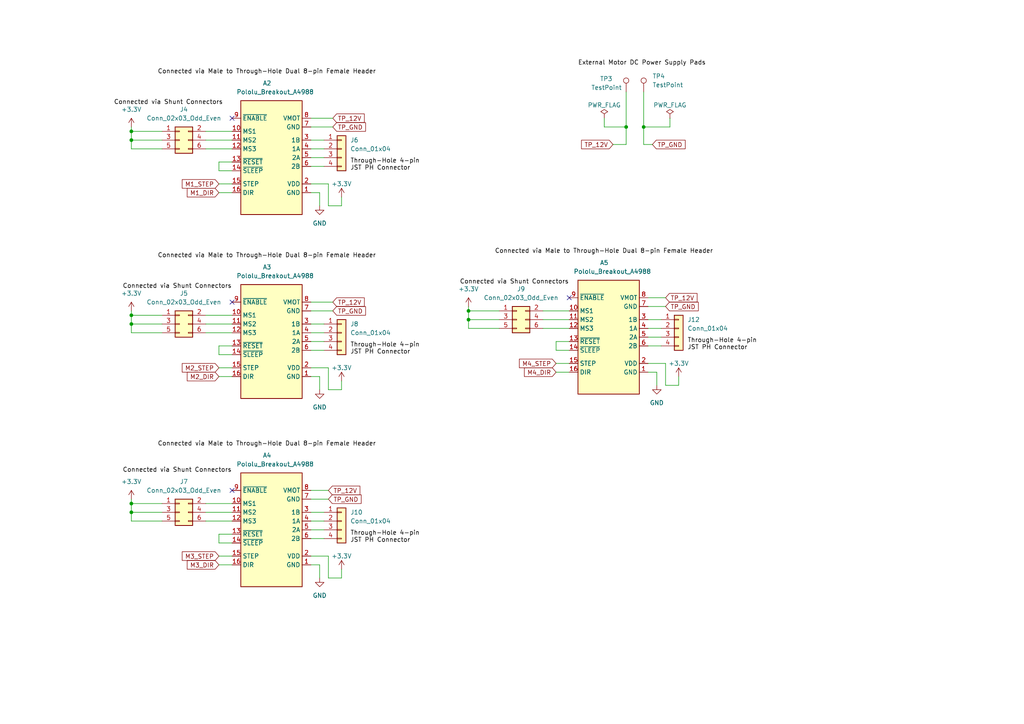
<source format=kicad_sch>
(kicad_sch (version 20230121) (generator eeschema)
  (paper "A4")
  (lib_symbols
    (symbol "Connector:TestPoint" (pin_numbers hide) (pin_names (offset 0.762) hide)
      (property "Reference" "TP" (at 0 6.858 0))
      (property "Value" "TestPoint" (at 0 5.08 0))
      (symbol "TestPoint_0_1"
        (circle (center 0 3.302) (radius 0.762))
      )
      (symbol "TestPoint_1_1"
        (pin passive line (at 0 0 90) (length 2.54) (name "1") (number "1"))
      )
    )
    (symbol "Connector_Generic:Conn_01x04" (pin_names (offset 1.016) hide)
      (property "Reference" "J" (at 0 5.08 0))
      (property "Value" "Conn_01x04" (at 0 -7.62 0))
      (symbol "Conn_01x04_1_1"
        (rectangle (start -1.27 -4.953) (end 0 -5.207) (stroke (width 0.1524)))
        (rectangle (start -1.27 -2.413) (end 0 -2.667) (stroke (width 0.1524)))
        (rectangle (start -1.27 0.127) (end 0 -0.127) (stroke (width 0.1524)))
        (rectangle (start -1.27 2.667) (end 0 2.413) (stroke (width 0.1524)))
        (rectangle (start -1.27 3.81) (end 1.27 -6.35) (stroke (width 0.254)) (fill (type background)))
        (pin passive line (at -5.08 2.54 0) (length 3.81) (name "Pin_1") (number "1"))
        (pin passive line (at -5.08 0 0) (length 3.81) (name "Pin_2") (number "2"))
        (pin passive line (at -5.08 -2.54 0) (length 3.81) (name "Pin_3") (number "3"))
        (pin passive line (at -5.08 -5.08 0) (length 3.81) (name "Pin_4") (number "4"))
      )
    )
    (symbol "Connector_Generic:Conn_02x03_Odd_Even" (pin_names (offset 1.016) hide)
      (property "Reference" "J" (at 1.27 5.08 0))
      (property "Value" "Conn_02x03_Odd_Even" (at 1.27 -5.08 0))
      (symbol "Conn_02x03_Odd_Even_1_1"
        (rectangle (start -1.27 -2.413) (end 0 -2.667) (stroke (width 0.1524)))
        (rectangle (start -1.27 0.127) (end 0 -0.127) (stroke (width 0.1524)))
        (rectangle (start -1.27 2.667) (end 0 2.413) (stroke (width 0.1524)))
        (rectangle (start -1.27 3.81) (end 3.81 -3.81) (stroke (width 0.254)) (fill (type background)))
        (rectangle (start 3.81 -2.413) (end 2.54 -2.667) (stroke (width 0.1524)))
        (rectangle (start 3.81 0.127) (end 2.54 -0.127) (stroke (width 0.1524)))
        (rectangle (start 3.81 2.667) (end 2.54 2.413) (stroke (width 0.1524)))
        (pin passive line (at -5.08 2.54 0) (length 3.81) (name "Pin_1") (number "1"))
        (pin passive line (at 7.62 2.54 180) (length 3.81) (name "Pin_2") (number "2"))
        (pin passive line (at -5.08 0 0) (length 3.81) (name "Pin_3") (number "3"))
        (pin passive line (at 7.62 0 180) (length 3.81) (name "Pin_4") (number "4"))
        (pin passive line (at -5.08 -2.54 0) (length 3.81) (name "Pin_5") (number "5"))
        (pin passive line (at 7.62 -2.54 180) (length 3.81) (name "Pin_6") (number "6"))
      )
    )
    (symbol "Driver_Motor:Pololu_Breakout_A4988"
      (property "Reference" "A1" (at -1.27 20.32 0))
      (property "Value" "Pololu_Breakout_A4988" (at -8.89 17.78 0))
      (symbol "Pololu_Breakout_A4988_0_1"
        (rectangle (start -7.62 15.24) (end 10.16 -17.78) (stroke (width 0.254)) (fill (type background)))
      )
      (symbol "Pololu_Breakout_A4988_1_1"
        (pin power_in line (at 12.7 -11.43 180) (length 2.54) (name "GND") (number "1"))
        (pin input line (at -10.16 6.35 0) (length 2.54) (name "MS1") (number "10"))
        (pin input line (at -10.16 3.81 0) (length 2.54) (name "MS2") (number "11"))
        (pin input line (at -10.16 1.27 0) (length 2.54) (name "MS3") (number "12"))
        (pin passive line (at -10.16 -2.54 0) (length 2.54) (name "~{RESET}") (number "13"))
        (pin passive line (at -10.16 -5.08 0) (length 2.54) (name "~{SLEEP}") (number "14"))
        (pin input line (at -10.16 -8.89 0) (length 2.54) (name "STEP") (number "15"))
        (pin input line (at -10.16 -11.43 0) (length 2.54) (name "DIR") (number "16"))
        (pin power_in line (at 12.7 -8.89 180) (length 2.54) (name "VDD") (number "2"))
        (pin output line (at 12.7 3.81 180) (length 2.54) (name "1B") (number "3"))
        (pin output line (at 12.7 1.27 180) (length 2.54) (name "1A") (number "4"))
        (pin output line (at 12.7 -1.27 180) (length 2.54) (name "2A") (number "5"))
        (pin output line (at 12.7 -3.81 180) (length 2.54) (name "2B") (number "6"))
        (pin power_in line (at 12.7 7.62 180) (length 2.54) (name "GND") (number "7"))
        (pin power_in line (at 12.7 10.16 180) (length 2.54) (name "VMOT") (number "8"))
        (pin input line (at -10.16 10.16 0) (length 2.54) (name "~{ENABLE}") (number "9"))
      )
    )
    (symbol "power:+3.3V" (power) (pin_names (offset 0))
      (property "Value" "+3.3V" (at 0 3.556 0))
      (symbol "+3.3V_0_1"
        (polyline (pts (xy -0.762 1.27) (xy 0 2.54)))
        (polyline (pts (xy 0 0) (xy 0 2.54)))
        (polyline (pts (xy 0 2.54) (xy 0.762 1.27)))
      )
      (symbol "+3.3V_1_1"
        (pin power_in line (at 0 0 90) (length 0) hide (name "+3.3V") (number "1"))
      )
    )
    (symbol "power:GND" (power) (pin_names (offset 0))
      (property "Value" "GND" (at 0 -3.81 0))
      (symbol "GND_0_1"
        (polyline (pts (xy 0 0) (xy 0 -1.27) (xy 1.27 -1.27) (xy 0 -2.54) (xy -1.27 -1.27) (xy 0 -1.27)))
      )
      (symbol "GND_1_1"
        (pin power_in line (at 0 0 270) (length 0) hide (name "GND") (number "1"))
      )
    )
    (symbol "power:PWR_FLAG" (power) (pin_numbers hide) (pin_names (offset 0) hide)
      (property "Value" "PWR_FLAG" (at 0 3.81 0))
      (symbol "PWR_FLAG_0_0"
        (pin power_out line (at 0 0 90) (length 0) (name "pwr") (number "1"))
      )
      (symbol "PWR_FLAG_0_1"
        (polyline (pts (xy 0 0) (xy 0 1.27) (xy -1.016 1.905) (xy 0 2.54) (xy 1.016 1.905) (xy 0 1.27)))
      )
    )
  )
  (junction (at 38.1 91.44))
  (junction (at 38.1 40.64))
  (junction (at 38.1 146.05))
  (junction (at 135.89 92.71))
  (junction (at 135.89 90.17))
  (junction (at 181.61 36.83))
  (junction (at 38.1 93.98))
  (junction (at 38.1 148.59))
  (junction (at 186.69 36.83))
  (junction (at 38.1 38.1))
  (no_connect (at 67.31 34.29))
  (no_connect (at 67.31 87.63))
  (no_connect (at 67.31 142.24))
  (no_connect (at 165.1 86.36))
  (wire (pts (xy 186.69 26.67) (xy 186.69 36.83)))
  (wire (pts (xy 38.1 148.59) (xy 46.99 148.59)))
  (wire (pts (xy 95.25 113.03) (xy 99.06 113.03)))
  (wire (pts (xy 135.89 92.71) (xy 144.78 92.71)))
  (wire (pts (xy 90.17 151.13) (xy 93.98 151.13)))
  (wire (pts (xy 90.17 34.29) (xy 96.52 34.29)))
  (wire (pts (xy 63.5 154.94) (xy 63.5 157.48)))
  (wire (pts (xy 67.31 53.34) (xy 63.5 53.34)))
  (wire (pts (xy 187.96 105.41) (xy 193.04 105.41)))
  (wire (pts (xy 161.29 105.41) (xy 165.1 105.41)))
  (wire (pts (xy 59.69 148.59) (xy 67.31 148.59)))
  (wire (pts (xy 135.89 90.17) (xy 135.89 92.71)))
  (wire (pts (xy 135.89 95.25) (xy 144.78 95.25)))
  (wire (pts (xy 189.23 41.91) (xy 186.69 41.91)))
  (wire (pts (xy 63.5 102.87) (xy 67.31 102.87)))
  (wire (pts (xy 67.31 100.33) (xy 63.5 100.33)))
  (wire (pts (xy 90.17 144.78) (xy 95.25 144.78)))
  (wire (pts (xy 63.5 157.48) (xy 67.31 157.48)))
  (wire (pts (xy 90.17 109.22) (xy 92.71 109.22)))
  (wire (pts (xy 157.48 90.17) (xy 165.1 90.17)))
  (wire (pts (xy 135.89 92.71) (xy 135.89 95.25)))
  (wire (pts (xy 59.69 151.13) (xy 67.31 151.13)))
  (wire (pts (xy 95.25 106.68) (xy 95.25 113.03)))
  (wire (pts (xy 38.1 36.83) (xy 38.1 38.1)))
  (wire (pts (xy 99.06 167.64) (xy 99.06 165.1)))
  (wire (pts (xy 181.61 41.91) (xy 177.8 41.91)))
  (wire (pts (xy 90.17 87.63) (xy 96.52 87.63)))
  (wire (pts (xy 95.25 53.34) (xy 95.25 59.69)))
  (wire (pts (xy 38.1 38.1) (xy 38.1 40.64)))
  (wire (pts (xy 186.69 36.83) (xy 194.31 36.83)))
  (wire (pts (xy 196.85 111.76) (xy 196.85 109.22)))
  (wire (pts (xy 59.69 91.44) (xy 67.31 91.44)))
  (wire (pts (xy 90.17 55.88) (xy 92.71 55.88)))
  (wire (pts (xy 90.17 99.06) (xy 93.98 99.06)))
  (wire (pts (xy 90.17 45.72) (xy 93.98 45.72)))
  (wire (pts (xy 181.61 26.67) (xy 181.61 36.83)))
  (wire (pts (xy 187.96 97.79) (xy 191.77 97.79)))
  (wire (pts (xy 90.17 93.98) (xy 93.98 93.98)))
  (wire (pts (xy 38.1 38.1) (xy 46.99 38.1)))
  (wire (pts (xy 38.1 93.98) (xy 46.99 93.98)))
  (wire (pts (xy 63.5 46.99) (xy 63.5 49.53)))
  (wire (pts (xy 59.69 43.18) (xy 67.31 43.18)))
  (wire (pts (xy 63.5 49.53) (xy 67.31 49.53)))
  (wire (pts (xy 175.26 36.83) (xy 181.61 36.83)))
  (wire (pts (xy 186.69 36.83) (xy 186.69 41.91)))
  (wire (pts (xy 193.04 111.76) (xy 196.85 111.76)))
  (wire (pts (xy 187.96 100.33) (xy 191.77 100.33)))
  (wire (pts (xy 38.1 90.17) (xy 38.1 91.44)))
  (wire (pts (xy 90.17 106.68) (xy 95.25 106.68)))
  (wire (pts (xy 59.69 38.1) (xy 67.31 38.1)))
  (wire (pts (xy 90.17 142.24) (xy 95.25 142.24)))
  (wire (pts (xy 59.69 96.52) (xy 67.31 96.52)))
  (wire (pts (xy 157.48 95.25) (xy 165.1 95.25)))
  (wire (pts (xy 59.69 40.64) (xy 67.31 40.64)))
  (wire (pts (xy 95.25 59.69) (xy 99.06 59.69)))
  (wire (pts (xy 187.96 95.25) (xy 191.77 95.25)))
  (wire (pts (xy 38.1 40.64) (xy 38.1 43.18)))
  (wire (pts (xy 38.1 148.59) (xy 38.1 151.13)))
  (wire (pts (xy 99.06 59.69) (xy 99.06 57.15)))
  (wire (pts (xy 193.04 105.41) (xy 193.04 111.76)))
  (wire (pts (xy 99.06 113.03) (xy 99.06 110.49)))
  (wire (pts (xy 90.17 156.21) (xy 93.98 156.21)))
  (wire (pts (xy 63.5 55.88) (xy 67.31 55.88)))
  (wire (pts (xy 187.96 107.95) (xy 190.5 107.95)))
  (wire (pts (xy 92.71 109.22) (xy 92.71 113.03)))
  (wire (pts (xy 67.31 154.94) (xy 63.5 154.94)))
  (wire (pts (xy 90.17 48.26) (xy 93.98 48.26)))
  (wire (pts (xy 63.5 100.33) (xy 63.5 102.87)))
  (wire (pts (xy 67.31 106.68) (xy 63.5 106.68)))
  (wire (pts (xy 161.29 101.6) (xy 165.1 101.6)))
  (wire (pts (xy 90.17 90.17) (xy 96.52 90.17)))
  (wire (pts (xy 38.1 91.44) (xy 38.1 93.98)))
  (wire (pts (xy 67.31 161.29) (xy 63.5 161.29)))
  (wire (pts (xy 38.1 146.05) (xy 46.99 146.05)))
  (wire (pts (xy 90.17 40.64) (xy 93.98 40.64)))
  (wire (pts (xy 90.17 101.6) (xy 93.98 101.6)))
  (wire (pts (xy 59.69 93.98) (xy 67.31 93.98)))
  (wire (pts (xy 135.89 90.17) (xy 144.78 90.17)))
  (wire (pts (xy 38.1 43.18) (xy 46.99 43.18)))
  (wire (pts (xy 38.1 151.13) (xy 46.99 151.13)))
  (wire (pts (xy 194.31 36.83) (xy 194.31 34.29)))
  (wire (pts (xy 135.89 88.9) (xy 135.89 90.17)))
  (wire (pts (xy 90.17 153.67) (xy 93.98 153.67)))
  (wire (pts (xy 38.1 93.98) (xy 38.1 96.52)))
  (wire (pts (xy 161.29 99.06) (xy 161.29 101.6)))
  (wire (pts (xy 92.71 163.83) (xy 92.71 167.64)))
  (wire (pts (xy 92.71 55.88) (xy 92.71 59.69)))
  (wire (pts (xy 38.1 91.44) (xy 46.99 91.44)))
  (wire (pts (xy 63.5 163.83) (xy 67.31 163.83)))
  (wire (pts (xy 90.17 163.83) (xy 92.71 163.83)))
  (wire (pts (xy 95.25 167.64) (xy 99.06 167.64)))
  (wire (pts (xy 187.96 88.9) (xy 193.04 88.9)))
  (wire (pts (xy 181.61 36.83) (xy 181.61 41.91)))
  (wire (pts (xy 90.17 43.18) (xy 93.98 43.18)))
  (wire (pts (xy 187.96 92.71) (xy 191.77 92.71)))
  (wire (pts (xy 90.17 36.83) (xy 96.52 36.83)))
  (wire (pts (xy 95.25 161.29) (xy 95.25 167.64)))
  (wire (pts (xy 175.26 34.29) (xy 175.26 36.83)))
  (wire (pts (xy 38.1 40.64) (xy 46.99 40.64)))
  (wire (pts (xy 90.17 96.52) (xy 93.98 96.52)))
  (wire (pts (xy 59.69 146.05) (xy 67.31 146.05)))
  (wire (pts (xy 165.1 99.06) (xy 161.29 99.06)))
  (wire (pts (xy 63.5 109.22) (xy 67.31 109.22)))
  (wire (pts (xy 187.96 86.36) (xy 193.04 86.36)))
  (wire (pts (xy 190.5 107.95) (xy 190.5 111.76)))
  (wire (pts (xy 90.17 148.59) (xy 93.98 148.59)))
  (wire (pts (xy 38.1 146.05) (xy 38.1 148.59)))
  (wire (pts (xy 90.17 53.34) (xy 95.25 53.34)))
  (wire (pts (xy 90.17 161.29) (xy 95.25 161.29)))
  (wire (pts (xy 67.31 46.99) (xy 63.5 46.99)))
  (wire (pts (xy 38.1 144.78) (xy 38.1 146.05)))
  (wire (pts (xy 38.1 96.52) (xy 46.99 96.52)))
  (wire (pts (xy 157.48 92.71) (xy 165.1 92.71)))
  (wire (pts (xy 161.29 107.95) (xy 165.1 107.95)))
  (text "Connected via Shunt Connectors" (at 133.35 82.55 0) (effects (font (size 1.27 1.27)) (justify left bottom)))
  (text "External Motor DC Power Supply Pads" (at 167.64 19.05 0) (effects (font (size 1.27 1.27)) (justify left bottom)))
  (text "Connected via Male to Through-Hole Dual 8-pin Female Header" (at 143.51 73.66 0) (effects (font (size 1.27 1.27)) (justify left bottom)))
  (text "Connected via Shunt Connectors" (at 33.02 30.48 0) (effects (font (size 1.27 1.27)) (justify left bottom)))
  (text "Connected via Male to Through-Hole Dual 8-pin Female Header" (at 45.72 21.59 0) (effects (font (size 1.27 1.27)) (justify left bottom)))
  (text "Connected via Male to Through-Hole Dual 8-pin Female Header" (at 45.72 74.93 0) (effects (font (size 1.27 1.27)) (justify left bottom)))
  (text "Connected via Shunt Connectors" (at 35.56 83.82 0) (effects (font (size 1.27 1.27)) (justify left bottom)))
  (text "Connected via Shunt Connectors" (at 35.56 137.16 0) (effects (font (size 1.27 1.27)) (justify left bottom)))
  (text "Through-Hole 4-pin\nJST PH Connector" (at 101.6 49.53 0) (effects (font (size 1.27 1.27)) (justify left bottom)))
  (text "Through-Hole 4-pin\nJST PH Connector" (at 199.39 101.6 0) (effects (font (size 1.27 1.27)) (justify left bottom)))
  (text "Through-Hole 4-pin\nJST PH Connector" (at 101.6 102.87 0) (effects (font (size 1.27 1.27)) (justify left bottom)))
  (text "Through-Hole 4-pin\nJST PH Connector" (at 101.6 157.48 0) (effects (font (size 1.27 1.27)) (justify left bottom)))
  (text "Connected via Male to Through-Hole Dual 8-pin Female Header" (at 45.72 129.54 0) (effects (font (size 1.27 1.27)) (justify left bottom)))
  (global_label "TP_12V" (shape input) (at 193.04 86.36 0) (property "Intersheetrefs" "${INTERSHEET_REFS}" (effects hide)))
  (global_label "M3_STEP" (shape input) (at 63.5 161.29 180) (property "Intersheetrefs" "${INTERSHEET_REFS}" (effects hide)))
  (global_label "TP_GND" (shape input) (at 193.04 88.9 0) (property "Intersheetrefs" "${INTERSHEET_REFS}" (effects hide)))
  (global_label "TP_GND" (shape input) (at 189.23 41.91 0) (property "Intersheetrefs" "${INTERSHEET_REFS}" (effects hide)))
  (global_label "TP_12V" (shape input) (at 96.52 34.29 0) (property "Intersheetrefs" "${INTERSHEET_REFS}" (effects hide)))
  (global_label "TP_12V" (shape input) (at 95.25 142.24 0) (property "Intersheetrefs" "${INTERSHEET_REFS}" (effects hide)))
  (global_label "M2_DIR" (shape input) (at 63.5 109.22 180) (property "Intersheetrefs" "${INTERSHEET_REFS}" (effects hide)))
  (global_label "M4_DIR" (shape input) (at 161.29 107.95 180) (property "Intersheetrefs" "${INTERSHEET_REFS}" (effects hide)))
  (global_label "M4_STEP" (shape input) (at 161.29 105.41 180) (property "Intersheetrefs" "${INTERSHEET_REFS}" (effects hide)))
  (global_label "TP_GND" (shape input) (at 95.25 144.78 0) (property "Intersheetrefs" "${INTERSHEET_REFS}" (effects hide)))
  (global_label "TP_12V" (shape input) (at 177.8 41.91 180) (property "Intersheetrefs" "${INTERSHEET_REFS}" (effects hide)))
  (global_label "M1_STEP" (shape input) (at 63.5 53.34 180) (property "Intersheetrefs" "${INTERSHEET_REFS}" (effects hide)))
  (global_label "M1_DIR" (shape input) (at 63.5 55.88 180) (property "Intersheetrefs" "${INTERSHEET_REFS}" (effects hide)))
  (global_label "TP_GND" (shape input) (at 96.52 36.83 0) (property "Intersheetrefs" "${INTERSHEET_REFS}" (effects hide)))
  (global_label "TP_12V" (shape input) (at 96.52 87.63 0) (property "Intersheetrefs" "${INTERSHEET_REFS}" (effects hide)))
  (global_label "M2_STEP" (shape input) (at 63.5 106.68 180) (property "Intersheetrefs" "${INTERSHEET_REFS}" (effects hide)))
  (global_label "M3_DIR" (shape input) (at 63.5 163.83 180) (property "Intersheetrefs" "${INTERSHEET_REFS}" (effects hide)))
  (global_label "TP_GND" (shape input) (at 96.52 90.17 0) (property "Intersheetrefs" "${INTERSHEET_REFS}" (effects hide)))
  (symbol (lib_id "power:GND") (at 92.71 113.03 0) (unit 1)
    (property "Reference" "#PWR031" (effects hide))
    (property "Value" "GND" (at 92.71 118.11 0))
  )
  (symbol (lib_id "power:GND") (at 92.71 167.64 0) (unit 1)
    (property "Reference" "#PWR034" (effects hide))
    (property "Value" "GND" (at 92.71 172.72 0))
  )
  (symbol (lib_id "Connector_Generic:Conn_02x03_Odd_Even") (at 52.07 93.98 0) (unit 1)
    (property "Reference" "J5" (at 53.34 85.09 0))
    (property "Value" "Conn_02x03_Odd_Even" (at 53.34 87.63 0))
    (property "Footprint" "Connector_PinHeader_2.54mm:PinHeader_2x03_P2.54mm_Vertical" (effects hide))
  )
  (symbol (lib_id "Driver_Motor:Pololu_Breakout_A4988") (at 77.47 44.45 0) (unit 1)
    (property "Reference" "A2" (at 76.2 24.13 0) (effects (justify left)))
    (property "Value" "Pololu_Breakout_A4988" (at 68.58 26.67 0) (effects (justify left)))
    (property "Footprint" "Module:Pololu_Breakout-16_15.2x20.3mm" (effects hide))
    (property "Datasheet" "https://www.pololu.com/product/2980/pictures" (effects hide))
  )
  (symbol (lib_id "Connector_Generic:Conn_01x04") (at 99.06 151.13 0) (unit 1)
    (property "Reference" "J10" (at 101.6 148.59 0) (effects (justify left)))
    (property "Value" "Conn_01x04" (at 101.6 151.13 0) (effects (justify left)))
    (property "Footprint" "Connector_JST:JST_PH_B4B-PH-K_1x04_P2.00mm_Vertical" (effects hide))
  )
  (symbol (lib_id "Driver_Motor:Pololu_Breakout_A4988") (at 77.47 152.4 0) (unit 1)
    (property "Reference" "A4" (at 76.2 132.08 0) (effects (justify left)))
    (property "Value" "Pololu_Breakout_A4988" (at 68.58 134.62 0) (effects (justify left)))
    (property "Footprint" "Module:Pololu_Breakout-16_15.2x20.3mm" (effects hide))
    (property "Datasheet" "https://www.pololu.com/product/2980/pictures" (effects hide))
  )
  (symbol (lib_id "power:+3.3V") (at 99.06 57.15 0) (unit 1)
    (property "Reference" "#PWR027" (effects hide))
    (property "Value" "+3.3V" (at 99.06 53.34 0))
  )
  (symbol (lib_id "Connector_Generic:Conn_02x03_Odd_Even") (at 52.07 148.59 0) (unit 1)
    (property "Reference" "J7" (at 53.34 139.7 0))
    (property "Value" "Conn_02x03_Odd_Even" (at 53.34 142.24 0))
    (property "Footprint" "Connector_PinHeader_2.54mm:PinHeader_2x03_P2.54mm_Vertical" (effects hide))
  )
  (symbol (lib_id "power:PWR_FLAG") (at 175.26 34.29 0) (unit 1)
    (property "Reference" "#FLG02" (effects hide))
    (property "Value" "PWR_FLAG" (at 175.26 30.48 0))
  )
  (symbol (lib_id "power:+3.3V") (at 38.1 36.83 0) (unit 1)
    (property "Reference" "#PWR025" (effects hide))
    (property "Value" "+3.3V" (at 38.1 31.75 0))
  )
  (symbol (lib_id "Connector_Generic:Conn_01x04") (at 99.06 43.18 0) (unit 1)
    (property "Reference" "J6" (at 101.6 40.64 0) (effects (justify left)))
    (property "Value" "Conn_01x04" (at 101.6 43.18 0) (effects (justify left)))
    (property "Footprint" "Connector_JST:JST_PH_B4B-PH-K_1x04_P2.00mm_Vertical" (effects hide))
  )
  (symbol (lib_id "Connector:TestPoint") (at 186.69 26.67 0) (unit 1)
    (property "Reference" "TP4" (at 189.23 22.098 0) (effects (justify left)))
    (property "Value" "TestPoint" (at 189.23 24.638 0) (effects (justify left)))
    (property "Footprint" "TestPoint:TestPoint_Pad_2.0x2.0mm" (effects hide))
  )
  (symbol (lib_id "Connector_Generic:Conn_02x03_Odd_Even") (at 149.86 92.71 0) (unit 1)
    (property "Reference" "J9" (at 151.13 83.82 0))
    (property "Value" "Conn_02x03_Odd_Even" (at 151.13 86.36 0))
    (property "Footprint" "Connector_PinHeader_2.54mm:PinHeader_2x03_P2.54mm_Vertical" (effects hide))
  )
  (symbol (lib_id "power:+3.3V") (at 38.1 90.17 0) (unit 1)
    (property "Reference" "#PWR024" (effects hide))
    (property "Value" "+3.3V" (at 38.1 85.09 0))
  )
  (symbol (lib_id "power:+3.3V") (at 99.06 165.1 0) (unit 1)
    (property "Reference" "#PWR035" (effects hide))
    (property "Value" "+3.3V" (at 99.06 161.29 0))
  )
  (symbol (lib_id "power:PWR_FLAG") (at 194.31 34.29 0) (unit 1)
    (property "Reference" "#FLG03" (effects hide))
    (property "Value" "PWR_FLAG" (at 194.31 30.48 0))
  )
  (symbol (lib_id "power:+3.3V") (at 99.06 110.49 0) (unit 1)
    (property "Reference" "#PWR032" (effects hide))
    (property "Value" "+3.3V" (at 99.06 106.68 0))
  )
  (symbol (lib_id "power:+3.3V") (at 38.1 144.78 0) (unit 1)
    (property "Reference" "#PWR030" (effects hide))
    (property "Value" "+3.3V" (at 38.1 139.7 0))
  )
  (symbol (lib_id "Connector_Generic:Conn_01x04") (at 196.85 95.25 0) (unit 1)
    (property "Reference" "J12" (at 199.39 92.71 0) (effects (justify left)))
    (property "Value" "Conn_01x04" (at 199.39 95.25 0) (effects (justify left)))
    (property "Footprint" "Connector_JST:JST_PH_B4B-PH-K_1x04_P2.00mm_Vertical" (effects hide))
  )
  (symbol (lib_id "power:GND") (at 190.5 111.76 0) (unit 1)
    (property "Reference" "#PWR037" (effects hide))
    (property "Value" "GND" (at 190.5 116.84 0))
  )
  (symbol (lib_id "power:GND") (at 92.71 59.69 0) (unit 1)
    (property "Reference" "#PWR026" (effects hide))
    (property "Value" "GND" (at 92.71 64.77 0))
  )
  (symbol (lib_id "Connector_Generic:Conn_01x04") (at 99.06 96.52 0) (unit 1)
    (property "Reference" "J8" (at 101.6 93.98 0) (effects (justify left)))
    (property "Value" "Conn_01x04" (at 101.6 96.52 0) (effects (justify left)))
    (property "Footprint" "Connector_JST:JST_PH_B4B-PH-K_1x04_P2.00mm_Vertical" (effects hide))
  )
  (symbol (lib_id "Connector_Generic:Conn_02x03_Odd_Even") (at 52.07 40.64 0) (unit 1)
    (property "Reference" "J4" (at 53.34 31.75 0))
    (property "Value" "Conn_02x03_Odd_Even" (at 53.34 34.29 0))
    (property "Footprint" "Connector_PinHeader_2.54mm:PinHeader_2x03_P2.54mm_Vertical" (effects hide))
  )
  (symbol (lib_id "power:+3.3V") (at 135.89 88.9 0) (unit 1)
    (property "Reference" "#PWR033" (effects hide))
    (property "Value" "+3.3V" (at 135.89 83.82 0))
  )
  (symbol (lib_id "Driver_Motor:Pololu_Breakout_A4988") (at 175.26 96.52 0) (unit 1)
    (property "Reference" "A5" (at 173.99 76.2 0) (effects (justify left)))
    (property "Value" "Pololu_Breakout_A4988" (at 166.37 78.74 0) (effects (justify left)))
    (property "Footprint" "Module:Pololu_Breakout-16_15.2x20.3mm" (effects hide))
    (property "Datasheet" "https://www.pololu.com/product/2980/pictures" (effects hide))
  )
  (symbol (lib_id "Driver_Motor:Pololu_Breakout_A4988") (at 77.47 97.79 0) (unit 1)
    (property "Reference" "A3" (at 76.2 77.47 0) (effects (justify left)))
    (property "Value" "Pololu_Breakout_A4988" (at 68.58 80.01 0) (effects (justify left)))
    (property "Footprint" "Module:Pololu_Breakout-16_15.2x20.3mm" (effects hide))
    (property "Datasheet" "https://www.pololu.com/product/2980/pictures" (effects hide))
  )
  (symbol (lib_id "Connector:TestPoint") (at 181.61 26.67 0) (unit 1)
    (property "Reference" "TP3" (at 173.99 22.86 0) (effects (justify left)))
    (property "Value" "TestPoint" (at 171.45 25.4 0) (effects (justify left)))
    (property "Footprint" "TestPoint:TestPoint_Pad_2.0x2.0mm" (effects hide))
  )
  (symbol (lib_id "power:+3.3V") (at 196.85 109.22 0) (unit 1)
    (property "Reference" "#PWR038" (effects hide))
    (property "Value" "+3.3V" (at 196.85 105.41 0))
  )
)
</source>
